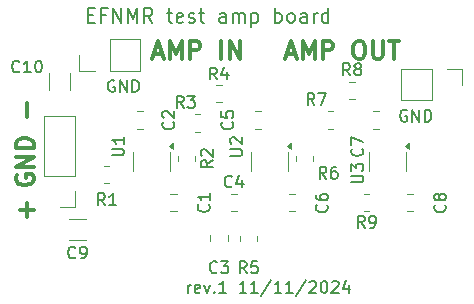
<source format=gbr>
%TF.GenerationSoftware,KiCad,Pcbnew,8.0.0*%
%TF.CreationDate,2024-11-11T15:40:06+01:00*%
%TF.ProjectId,test_amplifier_board,74657374-5f61-46d7-906c-69666965725f,rev?*%
%TF.SameCoordinates,Original*%
%TF.FileFunction,Legend,Top*%
%TF.FilePolarity,Positive*%
%FSLAX46Y46*%
G04 Gerber Fmt 4.6, Leading zero omitted, Abs format (unit mm)*
G04 Created by KiCad (PCBNEW 8.0.0) date 2024-11-11 15:40:06*
%MOMM*%
%LPD*%
G01*
G04 APERTURE LIST*
%ADD10C,0.300000*%
%ADD11C,0.200000*%
%ADD12C,0.150000*%
%ADD13C,0.120000*%
G04 APERTURE END LIST*
D10*
X101622257Y-116159774D02*
X101550828Y-116302632D01*
X101550828Y-116302632D02*
X101550828Y-116516917D01*
X101550828Y-116516917D02*
X101622257Y-116731203D01*
X101622257Y-116731203D02*
X101765114Y-116874060D01*
X101765114Y-116874060D02*
X101907971Y-116945489D01*
X101907971Y-116945489D02*
X102193685Y-117016917D01*
X102193685Y-117016917D02*
X102407971Y-117016917D01*
X102407971Y-117016917D02*
X102693685Y-116945489D01*
X102693685Y-116945489D02*
X102836542Y-116874060D01*
X102836542Y-116874060D02*
X102979400Y-116731203D01*
X102979400Y-116731203D02*
X103050828Y-116516917D01*
X103050828Y-116516917D02*
X103050828Y-116374060D01*
X103050828Y-116374060D02*
X102979400Y-116159774D01*
X102979400Y-116159774D02*
X102907971Y-116088346D01*
X102907971Y-116088346D02*
X102407971Y-116088346D01*
X102407971Y-116088346D02*
X102407971Y-116374060D01*
X103050828Y-115445489D02*
X101550828Y-115445489D01*
X101550828Y-115445489D02*
X103050828Y-114588346D01*
X103050828Y-114588346D02*
X101550828Y-114588346D01*
X103050828Y-113874060D02*
X101550828Y-113874060D01*
X101550828Y-113874060D02*
X101550828Y-113516917D01*
X101550828Y-113516917D02*
X101622257Y-113302631D01*
X101622257Y-113302631D02*
X101765114Y-113159774D01*
X101765114Y-113159774D02*
X101907971Y-113088345D01*
X101907971Y-113088345D02*
X102193685Y-113016917D01*
X102193685Y-113016917D02*
X102407971Y-113016917D01*
X102407971Y-113016917D02*
X102693685Y-113088345D01*
X102693685Y-113088345D02*
X102836542Y-113159774D01*
X102836542Y-113159774D02*
X102979400Y-113302631D01*
X102979400Y-113302631D02*
X103050828Y-113516917D01*
X103050828Y-113516917D02*
X103050828Y-113874060D01*
D11*
X107667292Y-102611705D02*
X108067292Y-102611705D01*
X108238720Y-103240276D02*
X107667292Y-103240276D01*
X107667292Y-103240276D02*
X107667292Y-102040276D01*
X107667292Y-102040276D02*
X108238720Y-102040276D01*
X109153006Y-102611705D02*
X108753006Y-102611705D01*
X108753006Y-103240276D02*
X108753006Y-102040276D01*
X108753006Y-102040276D02*
X109324434Y-102040276D01*
X109781577Y-103240276D02*
X109781577Y-102040276D01*
X109781577Y-102040276D02*
X110467291Y-103240276D01*
X110467291Y-103240276D02*
X110467291Y-102040276D01*
X111038720Y-103240276D02*
X111038720Y-102040276D01*
X111038720Y-102040276D02*
X111438720Y-102897419D01*
X111438720Y-102897419D02*
X111838720Y-102040276D01*
X111838720Y-102040276D02*
X111838720Y-103240276D01*
X113095863Y-103240276D02*
X112695863Y-102668848D01*
X112410149Y-103240276D02*
X112410149Y-102040276D01*
X112410149Y-102040276D02*
X112867292Y-102040276D01*
X112867292Y-102040276D02*
X112981577Y-102097419D01*
X112981577Y-102097419D02*
X113038720Y-102154562D01*
X113038720Y-102154562D02*
X113095863Y-102268848D01*
X113095863Y-102268848D02*
X113095863Y-102440276D01*
X113095863Y-102440276D02*
X113038720Y-102554562D01*
X113038720Y-102554562D02*
X112981577Y-102611705D01*
X112981577Y-102611705D02*
X112867292Y-102668848D01*
X112867292Y-102668848D02*
X112410149Y-102668848D01*
X114353006Y-102440276D02*
X114810149Y-102440276D01*
X114524435Y-102040276D02*
X114524435Y-103068848D01*
X114524435Y-103068848D02*
X114581578Y-103183134D01*
X114581578Y-103183134D02*
X114695863Y-103240276D01*
X114695863Y-103240276D02*
X114810149Y-103240276D01*
X115667292Y-103183134D02*
X115553006Y-103240276D01*
X115553006Y-103240276D02*
X115324435Y-103240276D01*
X115324435Y-103240276D02*
X115210149Y-103183134D01*
X115210149Y-103183134D02*
X115153006Y-103068848D01*
X115153006Y-103068848D02*
X115153006Y-102611705D01*
X115153006Y-102611705D02*
X115210149Y-102497419D01*
X115210149Y-102497419D02*
X115324435Y-102440276D01*
X115324435Y-102440276D02*
X115553006Y-102440276D01*
X115553006Y-102440276D02*
X115667292Y-102497419D01*
X115667292Y-102497419D02*
X115724435Y-102611705D01*
X115724435Y-102611705D02*
X115724435Y-102725991D01*
X115724435Y-102725991D02*
X115153006Y-102840276D01*
X116181577Y-103183134D02*
X116295863Y-103240276D01*
X116295863Y-103240276D02*
X116524434Y-103240276D01*
X116524434Y-103240276D02*
X116638720Y-103183134D01*
X116638720Y-103183134D02*
X116695863Y-103068848D01*
X116695863Y-103068848D02*
X116695863Y-103011705D01*
X116695863Y-103011705D02*
X116638720Y-102897419D01*
X116638720Y-102897419D02*
X116524434Y-102840276D01*
X116524434Y-102840276D02*
X116353006Y-102840276D01*
X116353006Y-102840276D02*
X116238720Y-102783134D01*
X116238720Y-102783134D02*
X116181577Y-102668848D01*
X116181577Y-102668848D02*
X116181577Y-102611705D01*
X116181577Y-102611705D02*
X116238720Y-102497419D01*
X116238720Y-102497419D02*
X116353006Y-102440276D01*
X116353006Y-102440276D02*
X116524434Y-102440276D01*
X116524434Y-102440276D02*
X116638720Y-102497419D01*
X117038720Y-102440276D02*
X117495863Y-102440276D01*
X117210149Y-102040276D02*
X117210149Y-103068848D01*
X117210149Y-103068848D02*
X117267292Y-103183134D01*
X117267292Y-103183134D02*
X117381577Y-103240276D01*
X117381577Y-103240276D02*
X117495863Y-103240276D01*
X119324435Y-103240276D02*
X119324435Y-102611705D01*
X119324435Y-102611705D02*
X119267292Y-102497419D01*
X119267292Y-102497419D02*
X119153006Y-102440276D01*
X119153006Y-102440276D02*
X118924435Y-102440276D01*
X118924435Y-102440276D02*
X118810149Y-102497419D01*
X119324435Y-103183134D02*
X119210149Y-103240276D01*
X119210149Y-103240276D02*
X118924435Y-103240276D01*
X118924435Y-103240276D02*
X118810149Y-103183134D01*
X118810149Y-103183134D02*
X118753006Y-103068848D01*
X118753006Y-103068848D02*
X118753006Y-102954562D01*
X118753006Y-102954562D02*
X118810149Y-102840276D01*
X118810149Y-102840276D02*
X118924435Y-102783134D01*
X118924435Y-102783134D02*
X119210149Y-102783134D01*
X119210149Y-102783134D02*
X119324435Y-102725991D01*
X119895863Y-103240276D02*
X119895863Y-102440276D01*
X119895863Y-102554562D02*
X119953006Y-102497419D01*
X119953006Y-102497419D02*
X120067291Y-102440276D01*
X120067291Y-102440276D02*
X120238720Y-102440276D01*
X120238720Y-102440276D02*
X120353006Y-102497419D01*
X120353006Y-102497419D02*
X120410149Y-102611705D01*
X120410149Y-102611705D02*
X120410149Y-103240276D01*
X120410149Y-102611705D02*
X120467291Y-102497419D01*
X120467291Y-102497419D02*
X120581577Y-102440276D01*
X120581577Y-102440276D02*
X120753006Y-102440276D01*
X120753006Y-102440276D02*
X120867291Y-102497419D01*
X120867291Y-102497419D02*
X120924434Y-102611705D01*
X120924434Y-102611705D02*
X120924434Y-103240276D01*
X121495863Y-102440276D02*
X121495863Y-103640276D01*
X121495863Y-102497419D02*
X121610149Y-102440276D01*
X121610149Y-102440276D02*
X121838720Y-102440276D01*
X121838720Y-102440276D02*
X121953006Y-102497419D01*
X121953006Y-102497419D02*
X122010149Y-102554562D01*
X122010149Y-102554562D02*
X122067291Y-102668848D01*
X122067291Y-102668848D02*
X122067291Y-103011705D01*
X122067291Y-103011705D02*
X122010149Y-103125991D01*
X122010149Y-103125991D02*
X121953006Y-103183134D01*
X121953006Y-103183134D02*
X121838720Y-103240276D01*
X121838720Y-103240276D02*
X121610149Y-103240276D01*
X121610149Y-103240276D02*
X121495863Y-103183134D01*
X123495863Y-103240276D02*
X123495863Y-102040276D01*
X123495863Y-102497419D02*
X123610149Y-102440276D01*
X123610149Y-102440276D02*
X123838720Y-102440276D01*
X123838720Y-102440276D02*
X123953006Y-102497419D01*
X123953006Y-102497419D02*
X124010149Y-102554562D01*
X124010149Y-102554562D02*
X124067291Y-102668848D01*
X124067291Y-102668848D02*
X124067291Y-103011705D01*
X124067291Y-103011705D02*
X124010149Y-103125991D01*
X124010149Y-103125991D02*
X123953006Y-103183134D01*
X123953006Y-103183134D02*
X123838720Y-103240276D01*
X123838720Y-103240276D02*
X123610149Y-103240276D01*
X123610149Y-103240276D02*
X123495863Y-103183134D01*
X124753005Y-103240276D02*
X124638720Y-103183134D01*
X124638720Y-103183134D02*
X124581577Y-103125991D01*
X124581577Y-103125991D02*
X124524434Y-103011705D01*
X124524434Y-103011705D02*
X124524434Y-102668848D01*
X124524434Y-102668848D02*
X124581577Y-102554562D01*
X124581577Y-102554562D02*
X124638720Y-102497419D01*
X124638720Y-102497419D02*
X124753005Y-102440276D01*
X124753005Y-102440276D02*
X124924434Y-102440276D01*
X124924434Y-102440276D02*
X125038720Y-102497419D01*
X125038720Y-102497419D02*
X125095863Y-102554562D01*
X125095863Y-102554562D02*
X125153005Y-102668848D01*
X125153005Y-102668848D02*
X125153005Y-103011705D01*
X125153005Y-103011705D02*
X125095863Y-103125991D01*
X125095863Y-103125991D02*
X125038720Y-103183134D01*
X125038720Y-103183134D02*
X124924434Y-103240276D01*
X124924434Y-103240276D02*
X124753005Y-103240276D01*
X126181577Y-103240276D02*
X126181577Y-102611705D01*
X126181577Y-102611705D02*
X126124434Y-102497419D01*
X126124434Y-102497419D02*
X126010148Y-102440276D01*
X126010148Y-102440276D02*
X125781577Y-102440276D01*
X125781577Y-102440276D02*
X125667291Y-102497419D01*
X126181577Y-103183134D02*
X126067291Y-103240276D01*
X126067291Y-103240276D02*
X125781577Y-103240276D01*
X125781577Y-103240276D02*
X125667291Y-103183134D01*
X125667291Y-103183134D02*
X125610148Y-103068848D01*
X125610148Y-103068848D02*
X125610148Y-102954562D01*
X125610148Y-102954562D02*
X125667291Y-102840276D01*
X125667291Y-102840276D02*
X125781577Y-102783134D01*
X125781577Y-102783134D02*
X126067291Y-102783134D01*
X126067291Y-102783134D02*
X126181577Y-102725991D01*
X126753005Y-103240276D02*
X126753005Y-102440276D01*
X126753005Y-102668848D02*
X126810148Y-102554562D01*
X126810148Y-102554562D02*
X126867291Y-102497419D01*
X126867291Y-102497419D02*
X126981576Y-102440276D01*
X126981576Y-102440276D02*
X127095862Y-102440276D01*
X128010148Y-103240276D02*
X128010148Y-102040276D01*
X128010148Y-103183134D02*
X127895862Y-103240276D01*
X127895862Y-103240276D02*
X127667290Y-103240276D01*
X127667290Y-103240276D02*
X127553005Y-103183134D01*
X127553005Y-103183134D02*
X127495862Y-103125991D01*
X127495862Y-103125991D02*
X127438719Y-103011705D01*
X127438719Y-103011705D02*
X127438719Y-102668848D01*
X127438719Y-102668848D02*
X127495862Y-102554562D01*
X127495862Y-102554562D02*
X127553005Y-102497419D01*
X127553005Y-102497419D02*
X127667290Y-102440276D01*
X127667290Y-102440276D02*
X127895862Y-102440276D01*
X127895862Y-102440276D02*
X128010148Y-102497419D01*
D10*
X102479400Y-111195489D02*
X102479400Y-110052632D01*
X102479400Y-119695489D02*
X102479400Y-118552632D01*
X103050828Y-119124060D02*
X101907971Y-119124060D01*
D11*
X134643482Y-110664838D02*
X134548244Y-110617219D01*
X134548244Y-110617219D02*
X134405387Y-110617219D01*
X134405387Y-110617219D02*
X134262530Y-110664838D01*
X134262530Y-110664838D02*
X134167292Y-110760076D01*
X134167292Y-110760076D02*
X134119673Y-110855314D01*
X134119673Y-110855314D02*
X134072054Y-111045790D01*
X134072054Y-111045790D02*
X134072054Y-111188647D01*
X134072054Y-111188647D02*
X134119673Y-111379123D01*
X134119673Y-111379123D02*
X134167292Y-111474361D01*
X134167292Y-111474361D02*
X134262530Y-111569600D01*
X134262530Y-111569600D02*
X134405387Y-111617219D01*
X134405387Y-111617219D02*
X134500625Y-111617219D01*
X134500625Y-111617219D02*
X134643482Y-111569600D01*
X134643482Y-111569600D02*
X134691101Y-111521980D01*
X134691101Y-111521980D02*
X134691101Y-111188647D01*
X134691101Y-111188647D02*
X134500625Y-111188647D01*
X135119673Y-111617219D02*
X135119673Y-110617219D01*
X135119673Y-110617219D02*
X135691101Y-111617219D01*
X135691101Y-111617219D02*
X135691101Y-110617219D01*
X136167292Y-111617219D02*
X136167292Y-110617219D01*
X136167292Y-110617219D02*
X136405387Y-110617219D01*
X136405387Y-110617219D02*
X136548244Y-110664838D01*
X136548244Y-110664838D02*
X136643482Y-110760076D01*
X136643482Y-110760076D02*
X136691101Y-110855314D01*
X136691101Y-110855314D02*
X136738720Y-111045790D01*
X136738720Y-111045790D02*
X136738720Y-111188647D01*
X136738720Y-111188647D02*
X136691101Y-111379123D01*
X136691101Y-111379123D02*
X136643482Y-111474361D01*
X136643482Y-111474361D02*
X136548244Y-111569600D01*
X136548244Y-111569600D02*
X136405387Y-111617219D01*
X136405387Y-111617219D02*
X136167292Y-111617219D01*
X109893482Y-108164838D02*
X109798244Y-108117219D01*
X109798244Y-108117219D02*
X109655387Y-108117219D01*
X109655387Y-108117219D02*
X109512530Y-108164838D01*
X109512530Y-108164838D02*
X109417292Y-108260076D01*
X109417292Y-108260076D02*
X109369673Y-108355314D01*
X109369673Y-108355314D02*
X109322054Y-108545790D01*
X109322054Y-108545790D02*
X109322054Y-108688647D01*
X109322054Y-108688647D02*
X109369673Y-108879123D01*
X109369673Y-108879123D02*
X109417292Y-108974361D01*
X109417292Y-108974361D02*
X109512530Y-109069600D01*
X109512530Y-109069600D02*
X109655387Y-109117219D01*
X109655387Y-109117219D02*
X109750625Y-109117219D01*
X109750625Y-109117219D02*
X109893482Y-109069600D01*
X109893482Y-109069600D02*
X109941101Y-109021980D01*
X109941101Y-109021980D02*
X109941101Y-108688647D01*
X109941101Y-108688647D02*
X109750625Y-108688647D01*
X110369673Y-109117219D02*
X110369673Y-108117219D01*
X110369673Y-108117219D02*
X110941101Y-109117219D01*
X110941101Y-109117219D02*
X110941101Y-108117219D01*
X111417292Y-109117219D02*
X111417292Y-108117219D01*
X111417292Y-108117219D02*
X111655387Y-108117219D01*
X111655387Y-108117219D02*
X111798244Y-108164838D01*
X111798244Y-108164838D02*
X111893482Y-108260076D01*
X111893482Y-108260076D02*
X111941101Y-108355314D01*
X111941101Y-108355314D02*
X111988720Y-108545790D01*
X111988720Y-108545790D02*
X111988720Y-108688647D01*
X111988720Y-108688647D02*
X111941101Y-108879123D01*
X111941101Y-108879123D02*
X111893482Y-108974361D01*
X111893482Y-108974361D02*
X111798244Y-109069600D01*
X111798244Y-109069600D02*
X111655387Y-109117219D01*
X111655387Y-109117219D02*
X111417292Y-109117219D01*
D10*
X124483082Y-105872257D02*
X125197368Y-105872257D01*
X124340225Y-106300828D02*
X124840225Y-104800828D01*
X124840225Y-104800828D02*
X125340225Y-106300828D01*
X125840224Y-106300828D02*
X125840224Y-104800828D01*
X125840224Y-104800828D02*
X126340224Y-105872257D01*
X126340224Y-105872257D02*
X126840224Y-104800828D01*
X126840224Y-104800828D02*
X126840224Y-106300828D01*
X127554510Y-106300828D02*
X127554510Y-104800828D01*
X127554510Y-104800828D02*
X128125939Y-104800828D01*
X128125939Y-104800828D02*
X128268796Y-104872257D01*
X128268796Y-104872257D02*
X128340225Y-104943685D01*
X128340225Y-104943685D02*
X128411653Y-105086542D01*
X128411653Y-105086542D02*
X128411653Y-105300828D01*
X128411653Y-105300828D02*
X128340225Y-105443685D01*
X128340225Y-105443685D02*
X128268796Y-105515114D01*
X128268796Y-105515114D02*
X128125939Y-105586542D01*
X128125939Y-105586542D02*
X127554510Y-105586542D01*
X130483082Y-104800828D02*
X130768796Y-104800828D01*
X130768796Y-104800828D02*
X130911653Y-104872257D01*
X130911653Y-104872257D02*
X131054510Y-105015114D01*
X131054510Y-105015114D02*
X131125939Y-105300828D01*
X131125939Y-105300828D02*
X131125939Y-105800828D01*
X131125939Y-105800828D02*
X131054510Y-106086542D01*
X131054510Y-106086542D02*
X130911653Y-106229400D01*
X130911653Y-106229400D02*
X130768796Y-106300828D01*
X130768796Y-106300828D02*
X130483082Y-106300828D01*
X130483082Y-106300828D02*
X130340225Y-106229400D01*
X130340225Y-106229400D02*
X130197367Y-106086542D01*
X130197367Y-106086542D02*
X130125939Y-105800828D01*
X130125939Y-105800828D02*
X130125939Y-105300828D01*
X130125939Y-105300828D02*
X130197367Y-105015114D01*
X130197367Y-105015114D02*
X130340225Y-104872257D01*
X130340225Y-104872257D02*
X130483082Y-104800828D01*
X131768796Y-104800828D02*
X131768796Y-106015114D01*
X131768796Y-106015114D02*
X131840225Y-106157971D01*
X131840225Y-106157971D02*
X131911654Y-106229400D01*
X131911654Y-106229400D02*
X132054511Y-106300828D01*
X132054511Y-106300828D02*
X132340225Y-106300828D01*
X132340225Y-106300828D02*
X132483082Y-106229400D01*
X132483082Y-106229400D02*
X132554511Y-106157971D01*
X132554511Y-106157971D02*
X132625939Y-106015114D01*
X132625939Y-106015114D02*
X132625939Y-104800828D01*
X133125940Y-104800828D02*
X133983083Y-104800828D01*
X133554511Y-106300828D02*
X133554511Y-104800828D01*
X113233082Y-105872257D02*
X113947368Y-105872257D01*
X113090225Y-106300828D02*
X113590225Y-104800828D01*
X113590225Y-104800828D02*
X114090225Y-106300828D01*
X114590224Y-106300828D02*
X114590224Y-104800828D01*
X114590224Y-104800828D02*
X115090224Y-105872257D01*
X115090224Y-105872257D02*
X115590224Y-104800828D01*
X115590224Y-104800828D02*
X115590224Y-106300828D01*
X116304510Y-106300828D02*
X116304510Y-104800828D01*
X116304510Y-104800828D02*
X116875939Y-104800828D01*
X116875939Y-104800828D02*
X117018796Y-104872257D01*
X117018796Y-104872257D02*
X117090225Y-104943685D01*
X117090225Y-104943685D02*
X117161653Y-105086542D01*
X117161653Y-105086542D02*
X117161653Y-105300828D01*
X117161653Y-105300828D02*
X117090225Y-105443685D01*
X117090225Y-105443685D02*
X117018796Y-105515114D01*
X117018796Y-105515114D02*
X116875939Y-105586542D01*
X116875939Y-105586542D02*
X116304510Y-105586542D01*
X118947367Y-106300828D02*
X118947367Y-104800828D01*
X119661653Y-106300828D02*
X119661653Y-104800828D01*
X119661653Y-104800828D02*
X120518796Y-106300828D01*
X120518796Y-106300828D02*
X120518796Y-104800828D01*
D11*
X116119673Y-126117219D02*
X116119673Y-125450552D01*
X116119673Y-125641028D02*
X116167292Y-125545790D01*
X116167292Y-125545790D02*
X116214911Y-125498171D01*
X116214911Y-125498171D02*
X116310149Y-125450552D01*
X116310149Y-125450552D02*
X116405387Y-125450552D01*
X117119673Y-126069600D02*
X117024435Y-126117219D01*
X117024435Y-126117219D02*
X116833959Y-126117219D01*
X116833959Y-126117219D02*
X116738721Y-126069600D01*
X116738721Y-126069600D02*
X116691102Y-125974361D01*
X116691102Y-125974361D02*
X116691102Y-125593409D01*
X116691102Y-125593409D02*
X116738721Y-125498171D01*
X116738721Y-125498171D02*
X116833959Y-125450552D01*
X116833959Y-125450552D02*
X117024435Y-125450552D01*
X117024435Y-125450552D02*
X117119673Y-125498171D01*
X117119673Y-125498171D02*
X117167292Y-125593409D01*
X117167292Y-125593409D02*
X117167292Y-125688647D01*
X117167292Y-125688647D02*
X116691102Y-125783885D01*
X117500626Y-125450552D02*
X117738721Y-126117219D01*
X117738721Y-126117219D02*
X117976816Y-125450552D01*
X118357769Y-126021980D02*
X118405388Y-126069600D01*
X118405388Y-126069600D02*
X118357769Y-126117219D01*
X118357769Y-126117219D02*
X118310150Y-126069600D01*
X118310150Y-126069600D02*
X118357769Y-126021980D01*
X118357769Y-126021980D02*
X118357769Y-126117219D01*
X119357768Y-126117219D02*
X118786340Y-126117219D01*
X119072054Y-126117219D02*
X119072054Y-125117219D01*
X119072054Y-125117219D02*
X118976816Y-125260076D01*
X118976816Y-125260076D02*
X118881578Y-125355314D01*
X118881578Y-125355314D02*
X118786340Y-125402933D01*
X121072054Y-126117219D02*
X120500626Y-126117219D01*
X120786340Y-126117219D02*
X120786340Y-125117219D01*
X120786340Y-125117219D02*
X120691102Y-125260076D01*
X120691102Y-125260076D02*
X120595864Y-125355314D01*
X120595864Y-125355314D02*
X120500626Y-125402933D01*
X122024435Y-126117219D02*
X121453007Y-126117219D01*
X121738721Y-126117219D02*
X121738721Y-125117219D01*
X121738721Y-125117219D02*
X121643483Y-125260076D01*
X121643483Y-125260076D02*
X121548245Y-125355314D01*
X121548245Y-125355314D02*
X121453007Y-125402933D01*
X123167292Y-125069600D02*
X122310150Y-126355314D01*
X124024435Y-126117219D02*
X123453007Y-126117219D01*
X123738721Y-126117219D02*
X123738721Y-125117219D01*
X123738721Y-125117219D02*
X123643483Y-125260076D01*
X123643483Y-125260076D02*
X123548245Y-125355314D01*
X123548245Y-125355314D02*
X123453007Y-125402933D01*
X124976816Y-126117219D02*
X124405388Y-126117219D01*
X124691102Y-126117219D02*
X124691102Y-125117219D01*
X124691102Y-125117219D02*
X124595864Y-125260076D01*
X124595864Y-125260076D02*
X124500626Y-125355314D01*
X124500626Y-125355314D02*
X124405388Y-125402933D01*
X126119673Y-125069600D02*
X125262531Y-126355314D01*
X126405388Y-125212457D02*
X126453007Y-125164838D01*
X126453007Y-125164838D02*
X126548245Y-125117219D01*
X126548245Y-125117219D02*
X126786340Y-125117219D01*
X126786340Y-125117219D02*
X126881578Y-125164838D01*
X126881578Y-125164838D02*
X126929197Y-125212457D01*
X126929197Y-125212457D02*
X126976816Y-125307695D01*
X126976816Y-125307695D02*
X126976816Y-125402933D01*
X126976816Y-125402933D02*
X126929197Y-125545790D01*
X126929197Y-125545790D02*
X126357769Y-126117219D01*
X126357769Y-126117219D02*
X126976816Y-126117219D01*
X127595864Y-125117219D02*
X127691102Y-125117219D01*
X127691102Y-125117219D02*
X127786340Y-125164838D01*
X127786340Y-125164838D02*
X127833959Y-125212457D01*
X127833959Y-125212457D02*
X127881578Y-125307695D01*
X127881578Y-125307695D02*
X127929197Y-125498171D01*
X127929197Y-125498171D02*
X127929197Y-125736266D01*
X127929197Y-125736266D02*
X127881578Y-125926742D01*
X127881578Y-125926742D02*
X127833959Y-126021980D01*
X127833959Y-126021980D02*
X127786340Y-126069600D01*
X127786340Y-126069600D02*
X127691102Y-126117219D01*
X127691102Y-126117219D02*
X127595864Y-126117219D01*
X127595864Y-126117219D02*
X127500626Y-126069600D01*
X127500626Y-126069600D02*
X127453007Y-126021980D01*
X127453007Y-126021980D02*
X127405388Y-125926742D01*
X127405388Y-125926742D02*
X127357769Y-125736266D01*
X127357769Y-125736266D02*
X127357769Y-125498171D01*
X127357769Y-125498171D02*
X127405388Y-125307695D01*
X127405388Y-125307695D02*
X127453007Y-125212457D01*
X127453007Y-125212457D02*
X127500626Y-125164838D01*
X127500626Y-125164838D02*
X127595864Y-125117219D01*
X128310150Y-125212457D02*
X128357769Y-125164838D01*
X128357769Y-125164838D02*
X128453007Y-125117219D01*
X128453007Y-125117219D02*
X128691102Y-125117219D01*
X128691102Y-125117219D02*
X128786340Y-125164838D01*
X128786340Y-125164838D02*
X128833959Y-125212457D01*
X128833959Y-125212457D02*
X128881578Y-125307695D01*
X128881578Y-125307695D02*
X128881578Y-125402933D01*
X128881578Y-125402933D02*
X128833959Y-125545790D01*
X128833959Y-125545790D02*
X128262531Y-126117219D01*
X128262531Y-126117219D02*
X128881578Y-126117219D01*
X129738721Y-125450552D02*
X129738721Y-126117219D01*
X129500626Y-125069600D02*
X129262531Y-125783885D01*
X129262531Y-125783885D02*
X129881578Y-125783885D01*
D12*
X121083333Y-124454819D02*
X120750000Y-123978628D01*
X120511905Y-124454819D02*
X120511905Y-123454819D01*
X120511905Y-123454819D02*
X120892857Y-123454819D01*
X120892857Y-123454819D02*
X120988095Y-123502438D01*
X120988095Y-123502438D02*
X121035714Y-123550057D01*
X121035714Y-123550057D02*
X121083333Y-123645295D01*
X121083333Y-123645295D02*
X121083333Y-123788152D01*
X121083333Y-123788152D02*
X121035714Y-123883390D01*
X121035714Y-123883390D02*
X120988095Y-123931009D01*
X120988095Y-123931009D02*
X120892857Y-123978628D01*
X120892857Y-123978628D02*
X120511905Y-123978628D01*
X121988095Y-123454819D02*
X121511905Y-123454819D01*
X121511905Y-123454819D02*
X121464286Y-123931009D01*
X121464286Y-123931009D02*
X121511905Y-123883390D01*
X121511905Y-123883390D02*
X121607143Y-123835771D01*
X121607143Y-123835771D02*
X121845238Y-123835771D01*
X121845238Y-123835771D02*
X121940476Y-123883390D01*
X121940476Y-123883390D02*
X121988095Y-123931009D01*
X121988095Y-123931009D02*
X122035714Y-124026247D01*
X122035714Y-124026247D02*
X122035714Y-124264342D01*
X122035714Y-124264342D02*
X121988095Y-124359580D01*
X121988095Y-124359580D02*
X121940476Y-124407200D01*
X121940476Y-124407200D02*
X121845238Y-124454819D01*
X121845238Y-124454819D02*
X121607143Y-124454819D01*
X121607143Y-124454819D02*
X121511905Y-124407200D01*
X121511905Y-124407200D02*
X121464286Y-124359580D01*
X117859580Y-118641666D02*
X117907200Y-118689285D01*
X117907200Y-118689285D02*
X117954819Y-118832142D01*
X117954819Y-118832142D02*
X117954819Y-118927380D01*
X117954819Y-118927380D02*
X117907200Y-119070237D01*
X117907200Y-119070237D02*
X117811961Y-119165475D01*
X117811961Y-119165475D02*
X117716723Y-119213094D01*
X117716723Y-119213094D02*
X117526247Y-119260713D01*
X117526247Y-119260713D02*
X117383390Y-119260713D01*
X117383390Y-119260713D02*
X117192914Y-119213094D01*
X117192914Y-119213094D02*
X117097676Y-119165475D01*
X117097676Y-119165475D02*
X117002438Y-119070237D01*
X117002438Y-119070237D02*
X116954819Y-118927380D01*
X116954819Y-118927380D02*
X116954819Y-118832142D01*
X116954819Y-118832142D02*
X117002438Y-118689285D01*
X117002438Y-118689285D02*
X117050057Y-118641666D01*
X117954819Y-117689285D02*
X117954819Y-118260713D01*
X117954819Y-117974999D02*
X116954819Y-117974999D01*
X116954819Y-117974999D02*
X117097676Y-118070237D01*
X117097676Y-118070237D02*
X117192914Y-118165475D01*
X117192914Y-118165475D02*
X117240533Y-118260713D01*
X109083334Y-118704818D02*
X108750001Y-118228627D01*
X108511906Y-118704818D02*
X108511906Y-117704818D01*
X108511906Y-117704818D02*
X108892858Y-117704818D01*
X108892858Y-117704818D02*
X108988096Y-117752437D01*
X108988096Y-117752437D02*
X109035715Y-117800056D01*
X109035715Y-117800056D02*
X109083334Y-117895294D01*
X109083334Y-117895294D02*
X109083334Y-118038151D01*
X109083334Y-118038151D02*
X109035715Y-118133389D01*
X109035715Y-118133389D02*
X108988096Y-118181008D01*
X108988096Y-118181008D02*
X108892858Y-118228627D01*
X108892858Y-118228627D02*
X108511906Y-118228627D01*
X110035715Y-118704818D02*
X109464287Y-118704818D01*
X109750001Y-118704818D02*
X109750001Y-117704818D01*
X109750001Y-117704818D02*
X109654763Y-117847675D01*
X109654763Y-117847675D02*
X109559525Y-117942913D01*
X109559525Y-117942913D02*
X109464287Y-117990532D01*
X127859581Y-118666667D02*
X127907201Y-118714286D01*
X127907201Y-118714286D02*
X127954820Y-118857143D01*
X127954820Y-118857143D02*
X127954820Y-118952381D01*
X127954820Y-118952381D02*
X127907201Y-119095238D01*
X127907201Y-119095238D02*
X127811962Y-119190476D01*
X127811962Y-119190476D02*
X127716724Y-119238095D01*
X127716724Y-119238095D02*
X127526248Y-119285714D01*
X127526248Y-119285714D02*
X127383391Y-119285714D01*
X127383391Y-119285714D02*
X127192915Y-119238095D01*
X127192915Y-119238095D02*
X127097677Y-119190476D01*
X127097677Y-119190476D02*
X127002439Y-119095238D01*
X127002439Y-119095238D02*
X126954820Y-118952381D01*
X126954820Y-118952381D02*
X126954820Y-118857143D01*
X126954820Y-118857143D02*
X127002439Y-118714286D01*
X127002439Y-118714286D02*
X127050058Y-118666667D01*
X126954820Y-117809524D02*
X126954820Y-118000000D01*
X126954820Y-118000000D02*
X127002439Y-118095238D01*
X127002439Y-118095238D02*
X127050058Y-118142857D01*
X127050058Y-118142857D02*
X127192915Y-118238095D01*
X127192915Y-118238095D02*
X127383391Y-118285714D01*
X127383391Y-118285714D02*
X127764343Y-118285714D01*
X127764343Y-118285714D02*
X127859581Y-118238095D01*
X127859581Y-118238095D02*
X127907201Y-118190476D01*
X127907201Y-118190476D02*
X127954820Y-118095238D01*
X127954820Y-118095238D02*
X127954820Y-117904762D01*
X127954820Y-117904762D02*
X127907201Y-117809524D01*
X127907201Y-117809524D02*
X127859581Y-117761905D01*
X127859581Y-117761905D02*
X127764343Y-117714286D01*
X127764343Y-117714286D02*
X127526248Y-117714286D01*
X127526248Y-117714286D02*
X127431010Y-117761905D01*
X127431010Y-117761905D02*
X127383391Y-117809524D01*
X127383391Y-117809524D02*
X127335772Y-117904762D01*
X127335772Y-117904762D02*
X127335772Y-118095238D01*
X127335772Y-118095238D02*
X127383391Y-118190476D01*
X127383391Y-118190476D02*
X127431010Y-118238095D01*
X127431010Y-118238095D02*
X127526248Y-118285714D01*
X114859580Y-111666666D02*
X114907200Y-111714285D01*
X114907200Y-111714285D02*
X114954819Y-111857142D01*
X114954819Y-111857142D02*
X114954819Y-111952380D01*
X114954819Y-111952380D02*
X114907200Y-112095237D01*
X114907200Y-112095237D02*
X114811961Y-112190475D01*
X114811961Y-112190475D02*
X114716723Y-112238094D01*
X114716723Y-112238094D02*
X114526247Y-112285713D01*
X114526247Y-112285713D02*
X114383390Y-112285713D01*
X114383390Y-112285713D02*
X114192914Y-112238094D01*
X114192914Y-112238094D02*
X114097676Y-112190475D01*
X114097676Y-112190475D02*
X114002438Y-112095237D01*
X114002438Y-112095237D02*
X113954819Y-111952380D01*
X113954819Y-111952380D02*
X113954819Y-111857142D01*
X113954819Y-111857142D02*
X114002438Y-111714285D01*
X114002438Y-111714285D02*
X114050057Y-111666666D01*
X114050057Y-111285713D02*
X114002438Y-111238094D01*
X114002438Y-111238094D02*
X113954819Y-111142856D01*
X113954819Y-111142856D02*
X113954819Y-110904761D01*
X113954819Y-110904761D02*
X114002438Y-110809523D01*
X114002438Y-110809523D02*
X114050057Y-110761904D01*
X114050057Y-110761904D02*
X114145295Y-110714285D01*
X114145295Y-110714285D02*
X114240533Y-110714285D01*
X114240533Y-110714285D02*
X114383390Y-110761904D01*
X114383390Y-110761904D02*
X114954819Y-111333332D01*
X114954819Y-111333332D02*
X114954819Y-110714285D01*
X131083333Y-120604819D02*
X130750000Y-120128628D01*
X130511905Y-120604819D02*
X130511905Y-119604819D01*
X130511905Y-119604819D02*
X130892857Y-119604819D01*
X130892857Y-119604819D02*
X130988095Y-119652438D01*
X130988095Y-119652438D02*
X131035714Y-119700057D01*
X131035714Y-119700057D02*
X131083333Y-119795295D01*
X131083333Y-119795295D02*
X131083333Y-119938152D01*
X131083333Y-119938152D02*
X131035714Y-120033390D01*
X131035714Y-120033390D02*
X130988095Y-120081009D01*
X130988095Y-120081009D02*
X130892857Y-120128628D01*
X130892857Y-120128628D02*
X130511905Y-120128628D01*
X131559524Y-120604819D02*
X131750000Y-120604819D01*
X131750000Y-120604819D02*
X131845238Y-120557200D01*
X131845238Y-120557200D02*
X131892857Y-120509580D01*
X131892857Y-120509580D02*
X131988095Y-120366723D01*
X131988095Y-120366723D02*
X132035714Y-120176247D01*
X132035714Y-120176247D02*
X132035714Y-119795295D01*
X132035714Y-119795295D02*
X131988095Y-119700057D01*
X131988095Y-119700057D02*
X131940476Y-119652438D01*
X131940476Y-119652438D02*
X131845238Y-119604819D01*
X131845238Y-119604819D02*
X131654762Y-119604819D01*
X131654762Y-119604819D02*
X131559524Y-119652438D01*
X131559524Y-119652438D02*
X131511905Y-119700057D01*
X131511905Y-119700057D02*
X131464286Y-119795295D01*
X131464286Y-119795295D02*
X131464286Y-120033390D01*
X131464286Y-120033390D02*
X131511905Y-120128628D01*
X131511905Y-120128628D02*
X131559524Y-120176247D01*
X131559524Y-120176247D02*
X131654762Y-120223866D01*
X131654762Y-120223866D02*
X131845238Y-120223866D01*
X131845238Y-120223866D02*
X131940476Y-120176247D01*
X131940476Y-120176247D02*
X131988095Y-120128628D01*
X131988095Y-120128628D02*
X132035714Y-120033390D01*
X129954819Y-116761904D02*
X130764342Y-116761904D01*
X130764342Y-116761904D02*
X130859580Y-116714285D01*
X130859580Y-116714285D02*
X130907200Y-116666666D01*
X130907200Y-116666666D02*
X130954819Y-116571428D01*
X130954819Y-116571428D02*
X130954819Y-116380952D01*
X130954819Y-116380952D02*
X130907200Y-116285714D01*
X130907200Y-116285714D02*
X130859580Y-116238095D01*
X130859580Y-116238095D02*
X130764342Y-116190476D01*
X130764342Y-116190476D02*
X129954819Y-116190476D01*
X129954819Y-115809523D02*
X129954819Y-115190476D01*
X129954819Y-115190476D02*
X130335771Y-115523809D01*
X130335771Y-115523809D02*
X130335771Y-115380952D01*
X130335771Y-115380952D02*
X130383390Y-115285714D01*
X130383390Y-115285714D02*
X130431009Y-115238095D01*
X130431009Y-115238095D02*
X130526247Y-115190476D01*
X130526247Y-115190476D02*
X130764342Y-115190476D01*
X130764342Y-115190476D02*
X130859580Y-115238095D01*
X130859580Y-115238095D02*
X130907200Y-115285714D01*
X130907200Y-115285714D02*
X130954819Y-115380952D01*
X130954819Y-115380952D02*
X130954819Y-115666666D01*
X130954819Y-115666666D02*
X130907200Y-115761904D01*
X130907200Y-115761904D02*
X130859580Y-115809523D01*
X118583333Y-124359580D02*
X118535714Y-124407200D01*
X118535714Y-124407200D02*
X118392857Y-124454819D01*
X118392857Y-124454819D02*
X118297619Y-124454819D01*
X118297619Y-124454819D02*
X118154762Y-124407200D01*
X118154762Y-124407200D02*
X118059524Y-124311961D01*
X118059524Y-124311961D02*
X118011905Y-124216723D01*
X118011905Y-124216723D02*
X117964286Y-124026247D01*
X117964286Y-124026247D02*
X117964286Y-123883390D01*
X117964286Y-123883390D02*
X118011905Y-123692914D01*
X118011905Y-123692914D02*
X118059524Y-123597676D01*
X118059524Y-123597676D02*
X118154762Y-123502438D01*
X118154762Y-123502438D02*
X118297619Y-123454819D01*
X118297619Y-123454819D02*
X118392857Y-123454819D01*
X118392857Y-123454819D02*
X118535714Y-123502438D01*
X118535714Y-123502438D02*
X118583333Y-123550057D01*
X118916667Y-123454819D02*
X119535714Y-123454819D01*
X119535714Y-123454819D02*
X119202381Y-123835771D01*
X119202381Y-123835771D02*
X119345238Y-123835771D01*
X119345238Y-123835771D02*
X119440476Y-123883390D01*
X119440476Y-123883390D02*
X119488095Y-123931009D01*
X119488095Y-123931009D02*
X119535714Y-124026247D01*
X119535714Y-124026247D02*
X119535714Y-124264342D01*
X119535714Y-124264342D02*
X119488095Y-124359580D01*
X119488095Y-124359580D02*
X119440476Y-124407200D01*
X119440476Y-124407200D02*
X119345238Y-124454819D01*
X119345238Y-124454819D02*
X119059524Y-124454819D01*
X119059524Y-124454819D02*
X118964286Y-124407200D01*
X118964286Y-124407200D02*
X118916667Y-124359580D01*
X101857142Y-107359580D02*
X101809523Y-107407200D01*
X101809523Y-107407200D02*
X101666666Y-107454819D01*
X101666666Y-107454819D02*
X101571428Y-107454819D01*
X101571428Y-107454819D02*
X101428571Y-107407200D01*
X101428571Y-107407200D02*
X101333333Y-107311961D01*
X101333333Y-107311961D02*
X101285714Y-107216723D01*
X101285714Y-107216723D02*
X101238095Y-107026247D01*
X101238095Y-107026247D02*
X101238095Y-106883390D01*
X101238095Y-106883390D02*
X101285714Y-106692914D01*
X101285714Y-106692914D02*
X101333333Y-106597676D01*
X101333333Y-106597676D02*
X101428571Y-106502438D01*
X101428571Y-106502438D02*
X101571428Y-106454819D01*
X101571428Y-106454819D02*
X101666666Y-106454819D01*
X101666666Y-106454819D02*
X101809523Y-106502438D01*
X101809523Y-106502438D02*
X101857142Y-106550057D01*
X102809523Y-107454819D02*
X102238095Y-107454819D01*
X102523809Y-107454819D02*
X102523809Y-106454819D01*
X102523809Y-106454819D02*
X102428571Y-106597676D01*
X102428571Y-106597676D02*
X102333333Y-106692914D01*
X102333333Y-106692914D02*
X102238095Y-106740533D01*
X103428571Y-106454819D02*
X103523809Y-106454819D01*
X103523809Y-106454819D02*
X103619047Y-106502438D01*
X103619047Y-106502438D02*
X103666666Y-106550057D01*
X103666666Y-106550057D02*
X103714285Y-106645295D01*
X103714285Y-106645295D02*
X103761904Y-106835771D01*
X103761904Y-106835771D02*
X103761904Y-107073866D01*
X103761904Y-107073866D02*
X103714285Y-107264342D01*
X103714285Y-107264342D02*
X103666666Y-107359580D01*
X103666666Y-107359580D02*
X103619047Y-107407200D01*
X103619047Y-107407200D02*
X103523809Y-107454819D01*
X103523809Y-107454819D02*
X103428571Y-107454819D01*
X103428571Y-107454819D02*
X103333333Y-107407200D01*
X103333333Y-107407200D02*
X103285714Y-107359580D01*
X103285714Y-107359580D02*
X103238095Y-107264342D01*
X103238095Y-107264342D02*
X103190476Y-107073866D01*
X103190476Y-107073866D02*
X103190476Y-106835771D01*
X103190476Y-106835771D02*
X103238095Y-106645295D01*
X103238095Y-106645295D02*
X103285714Y-106550057D01*
X103285714Y-106550057D02*
X103333333Y-106502438D01*
X103333333Y-106502438D02*
X103428571Y-106454819D01*
X119833333Y-117109580D02*
X119785714Y-117157200D01*
X119785714Y-117157200D02*
X119642857Y-117204819D01*
X119642857Y-117204819D02*
X119547619Y-117204819D01*
X119547619Y-117204819D02*
X119404762Y-117157200D01*
X119404762Y-117157200D02*
X119309524Y-117061961D01*
X119309524Y-117061961D02*
X119261905Y-116966723D01*
X119261905Y-116966723D02*
X119214286Y-116776247D01*
X119214286Y-116776247D02*
X119214286Y-116633390D01*
X119214286Y-116633390D02*
X119261905Y-116442914D01*
X119261905Y-116442914D02*
X119309524Y-116347676D01*
X119309524Y-116347676D02*
X119404762Y-116252438D01*
X119404762Y-116252438D02*
X119547619Y-116204819D01*
X119547619Y-116204819D02*
X119642857Y-116204819D01*
X119642857Y-116204819D02*
X119785714Y-116252438D01*
X119785714Y-116252438D02*
X119833333Y-116300057D01*
X120690476Y-116538152D02*
X120690476Y-117204819D01*
X120452381Y-116157200D02*
X120214286Y-116871485D01*
X120214286Y-116871485D02*
X120833333Y-116871485D01*
X115745833Y-110454819D02*
X115412500Y-109978628D01*
X115174405Y-110454819D02*
X115174405Y-109454819D01*
X115174405Y-109454819D02*
X115555357Y-109454819D01*
X115555357Y-109454819D02*
X115650595Y-109502438D01*
X115650595Y-109502438D02*
X115698214Y-109550057D01*
X115698214Y-109550057D02*
X115745833Y-109645295D01*
X115745833Y-109645295D02*
X115745833Y-109788152D01*
X115745833Y-109788152D02*
X115698214Y-109883390D01*
X115698214Y-109883390D02*
X115650595Y-109931009D01*
X115650595Y-109931009D02*
X115555357Y-109978628D01*
X115555357Y-109978628D02*
X115174405Y-109978628D01*
X116079167Y-109454819D02*
X116698214Y-109454819D01*
X116698214Y-109454819D02*
X116364881Y-109835771D01*
X116364881Y-109835771D02*
X116507738Y-109835771D01*
X116507738Y-109835771D02*
X116602976Y-109883390D01*
X116602976Y-109883390D02*
X116650595Y-109931009D01*
X116650595Y-109931009D02*
X116698214Y-110026247D01*
X116698214Y-110026247D02*
X116698214Y-110264342D01*
X116698214Y-110264342D02*
X116650595Y-110359580D01*
X116650595Y-110359580D02*
X116602976Y-110407200D01*
X116602976Y-110407200D02*
X116507738Y-110454819D01*
X116507738Y-110454819D02*
X116222024Y-110454819D01*
X116222024Y-110454819D02*
X116126786Y-110407200D01*
X116126786Y-110407200D02*
X116079167Y-110359580D01*
X137859581Y-118666667D02*
X137907201Y-118714286D01*
X137907201Y-118714286D02*
X137954820Y-118857143D01*
X137954820Y-118857143D02*
X137954820Y-118952381D01*
X137954820Y-118952381D02*
X137907201Y-119095238D01*
X137907201Y-119095238D02*
X137811962Y-119190476D01*
X137811962Y-119190476D02*
X137716724Y-119238095D01*
X137716724Y-119238095D02*
X137526248Y-119285714D01*
X137526248Y-119285714D02*
X137383391Y-119285714D01*
X137383391Y-119285714D02*
X137192915Y-119238095D01*
X137192915Y-119238095D02*
X137097677Y-119190476D01*
X137097677Y-119190476D02*
X137002439Y-119095238D01*
X137002439Y-119095238D02*
X136954820Y-118952381D01*
X136954820Y-118952381D02*
X136954820Y-118857143D01*
X136954820Y-118857143D02*
X137002439Y-118714286D01*
X137002439Y-118714286D02*
X137050058Y-118666667D01*
X137383391Y-118095238D02*
X137335772Y-118190476D01*
X137335772Y-118190476D02*
X137288153Y-118238095D01*
X137288153Y-118238095D02*
X137192915Y-118285714D01*
X137192915Y-118285714D02*
X137145296Y-118285714D01*
X137145296Y-118285714D02*
X137050058Y-118238095D01*
X137050058Y-118238095D02*
X137002439Y-118190476D01*
X137002439Y-118190476D02*
X136954820Y-118095238D01*
X136954820Y-118095238D02*
X136954820Y-117904762D01*
X136954820Y-117904762D02*
X137002439Y-117809524D01*
X137002439Y-117809524D02*
X137050058Y-117761905D01*
X137050058Y-117761905D02*
X137145296Y-117714286D01*
X137145296Y-117714286D02*
X137192915Y-117714286D01*
X137192915Y-117714286D02*
X137288153Y-117761905D01*
X137288153Y-117761905D02*
X137335772Y-117809524D01*
X137335772Y-117809524D02*
X137383391Y-117904762D01*
X137383391Y-117904762D02*
X137383391Y-118095238D01*
X137383391Y-118095238D02*
X137431010Y-118190476D01*
X137431010Y-118190476D02*
X137478629Y-118238095D01*
X137478629Y-118238095D02*
X137573867Y-118285714D01*
X137573867Y-118285714D02*
X137764343Y-118285714D01*
X137764343Y-118285714D02*
X137859581Y-118238095D01*
X137859581Y-118238095D02*
X137907201Y-118190476D01*
X137907201Y-118190476D02*
X137954820Y-118095238D01*
X137954820Y-118095238D02*
X137954820Y-117904762D01*
X137954820Y-117904762D02*
X137907201Y-117809524D01*
X137907201Y-117809524D02*
X137859581Y-117761905D01*
X137859581Y-117761905D02*
X137764343Y-117714286D01*
X137764343Y-117714286D02*
X137573867Y-117714286D01*
X137573867Y-117714286D02*
X137478629Y-117761905D01*
X137478629Y-117761905D02*
X137431010Y-117809524D01*
X137431010Y-117809524D02*
X137383391Y-117904762D01*
X118204819Y-114916666D02*
X117728628Y-115249999D01*
X118204819Y-115488094D02*
X117204819Y-115488094D01*
X117204819Y-115488094D02*
X117204819Y-115107142D01*
X117204819Y-115107142D02*
X117252438Y-115011904D01*
X117252438Y-115011904D02*
X117300057Y-114964285D01*
X117300057Y-114964285D02*
X117395295Y-114916666D01*
X117395295Y-114916666D02*
X117538152Y-114916666D01*
X117538152Y-114916666D02*
X117633390Y-114964285D01*
X117633390Y-114964285D02*
X117681009Y-115011904D01*
X117681009Y-115011904D02*
X117728628Y-115107142D01*
X117728628Y-115107142D02*
X117728628Y-115488094D01*
X117300057Y-114535713D02*
X117252438Y-114488094D01*
X117252438Y-114488094D02*
X117204819Y-114392856D01*
X117204819Y-114392856D02*
X117204819Y-114154761D01*
X117204819Y-114154761D02*
X117252438Y-114059523D01*
X117252438Y-114059523D02*
X117300057Y-114011904D01*
X117300057Y-114011904D02*
X117395295Y-113964285D01*
X117395295Y-113964285D02*
X117490533Y-113964285D01*
X117490533Y-113964285D02*
X117633390Y-114011904D01*
X117633390Y-114011904D02*
X118204819Y-114583332D01*
X118204819Y-114583332D02*
X118204819Y-113964285D01*
X109704819Y-114486904D02*
X110514342Y-114486904D01*
X110514342Y-114486904D02*
X110609580Y-114439285D01*
X110609580Y-114439285D02*
X110657200Y-114391666D01*
X110657200Y-114391666D02*
X110704819Y-114296428D01*
X110704819Y-114296428D02*
X110704819Y-114105952D01*
X110704819Y-114105952D02*
X110657200Y-114010714D01*
X110657200Y-114010714D02*
X110609580Y-113963095D01*
X110609580Y-113963095D02*
X110514342Y-113915476D01*
X110514342Y-113915476D02*
X109704819Y-113915476D01*
X110704819Y-112915476D02*
X110704819Y-113486904D01*
X110704819Y-113201190D02*
X109704819Y-113201190D01*
X109704819Y-113201190D02*
X109847676Y-113296428D01*
X109847676Y-113296428D02*
X109942914Y-113391666D01*
X109942914Y-113391666D02*
X109990533Y-113486904D01*
X126833333Y-110204819D02*
X126500000Y-109728628D01*
X126261905Y-110204819D02*
X126261905Y-109204819D01*
X126261905Y-109204819D02*
X126642857Y-109204819D01*
X126642857Y-109204819D02*
X126738095Y-109252438D01*
X126738095Y-109252438D02*
X126785714Y-109300057D01*
X126785714Y-109300057D02*
X126833333Y-109395295D01*
X126833333Y-109395295D02*
X126833333Y-109538152D01*
X126833333Y-109538152D02*
X126785714Y-109633390D01*
X126785714Y-109633390D02*
X126738095Y-109681009D01*
X126738095Y-109681009D02*
X126642857Y-109728628D01*
X126642857Y-109728628D02*
X126261905Y-109728628D01*
X127166667Y-109204819D02*
X127833333Y-109204819D01*
X127833333Y-109204819D02*
X127404762Y-110204819D01*
X130859580Y-113916666D02*
X130907200Y-113964285D01*
X130907200Y-113964285D02*
X130954819Y-114107142D01*
X130954819Y-114107142D02*
X130954819Y-114202380D01*
X130954819Y-114202380D02*
X130907200Y-114345237D01*
X130907200Y-114345237D02*
X130811961Y-114440475D01*
X130811961Y-114440475D02*
X130716723Y-114488094D01*
X130716723Y-114488094D02*
X130526247Y-114535713D01*
X130526247Y-114535713D02*
X130383390Y-114535713D01*
X130383390Y-114535713D02*
X130192914Y-114488094D01*
X130192914Y-114488094D02*
X130097676Y-114440475D01*
X130097676Y-114440475D02*
X130002438Y-114345237D01*
X130002438Y-114345237D02*
X129954819Y-114202380D01*
X129954819Y-114202380D02*
X129954819Y-114107142D01*
X129954819Y-114107142D02*
X130002438Y-113964285D01*
X130002438Y-113964285D02*
X130050057Y-113916666D01*
X129954819Y-113583332D02*
X129954819Y-112916666D01*
X129954819Y-112916666D02*
X130954819Y-113345237D01*
X129833333Y-107704819D02*
X129500000Y-107228628D01*
X129261905Y-107704819D02*
X129261905Y-106704819D01*
X129261905Y-106704819D02*
X129642857Y-106704819D01*
X129642857Y-106704819D02*
X129738095Y-106752438D01*
X129738095Y-106752438D02*
X129785714Y-106800057D01*
X129785714Y-106800057D02*
X129833333Y-106895295D01*
X129833333Y-106895295D02*
X129833333Y-107038152D01*
X129833333Y-107038152D02*
X129785714Y-107133390D01*
X129785714Y-107133390D02*
X129738095Y-107181009D01*
X129738095Y-107181009D02*
X129642857Y-107228628D01*
X129642857Y-107228628D02*
X129261905Y-107228628D01*
X130404762Y-107133390D02*
X130309524Y-107085771D01*
X130309524Y-107085771D02*
X130261905Y-107038152D01*
X130261905Y-107038152D02*
X130214286Y-106942914D01*
X130214286Y-106942914D02*
X130214286Y-106895295D01*
X130214286Y-106895295D02*
X130261905Y-106800057D01*
X130261905Y-106800057D02*
X130309524Y-106752438D01*
X130309524Y-106752438D02*
X130404762Y-106704819D01*
X130404762Y-106704819D02*
X130595238Y-106704819D01*
X130595238Y-106704819D02*
X130690476Y-106752438D01*
X130690476Y-106752438D02*
X130738095Y-106800057D01*
X130738095Y-106800057D02*
X130785714Y-106895295D01*
X130785714Y-106895295D02*
X130785714Y-106942914D01*
X130785714Y-106942914D02*
X130738095Y-107038152D01*
X130738095Y-107038152D02*
X130690476Y-107085771D01*
X130690476Y-107085771D02*
X130595238Y-107133390D01*
X130595238Y-107133390D02*
X130404762Y-107133390D01*
X130404762Y-107133390D02*
X130309524Y-107181009D01*
X130309524Y-107181009D02*
X130261905Y-107228628D01*
X130261905Y-107228628D02*
X130214286Y-107323866D01*
X130214286Y-107323866D02*
X130214286Y-107514342D01*
X130214286Y-107514342D02*
X130261905Y-107609580D01*
X130261905Y-107609580D02*
X130309524Y-107657200D01*
X130309524Y-107657200D02*
X130404762Y-107704819D01*
X130404762Y-107704819D02*
X130595238Y-107704819D01*
X130595238Y-107704819D02*
X130690476Y-107657200D01*
X130690476Y-107657200D02*
X130738095Y-107609580D01*
X130738095Y-107609580D02*
X130785714Y-107514342D01*
X130785714Y-107514342D02*
X130785714Y-107323866D01*
X130785714Y-107323866D02*
X130738095Y-107228628D01*
X130738095Y-107228628D02*
X130690476Y-107181009D01*
X130690476Y-107181009D02*
X130595238Y-107133390D01*
X106583333Y-123109580D02*
X106535714Y-123157200D01*
X106535714Y-123157200D02*
X106392857Y-123204819D01*
X106392857Y-123204819D02*
X106297619Y-123204819D01*
X106297619Y-123204819D02*
X106154762Y-123157200D01*
X106154762Y-123157200D02*
X106059524Y-123061961D01*
X106059524Y-123061961D02*
X106011905Y-122966723D01*
X106011905Y-122966723D02*
X105964286Y-122776247D01*
X105964286Y-122776247D02*
X105964286Y-122633390D01*
X105964286Y-122633390D02*
X106011905Y-122442914D01*
X106011905Y-122442914D02*
X106059524Y-122347676D01*
X106059524Y-122347676D02*
X106154762Y-122252438D01*
X106154762Y-122252438D02*
X106297619Y-122204819D01*
X106297619Y-122204819D02*
X106392857Y-122204819D01*
X106392857Y-122204819D02*
X106535714Y-122252438D01*
X106535714Y-122252438D02*
X106583333Y-122300057D01*
X107059524Y-123204819D02*
X107250000Y-123204819D01*
X107250000Y-123204819D02*
X107345238Y-123157200D01*
X107345238Y-123157200D02*
X107392857Y-123109580D01*
X107392857Y-123109580D02*
X107488095Y-122966723D01*
X107488095Y-122966723D02*
X107535714Y-122776247D01*
X107535714Y-122776247D02*
X107535714Y-122395295D01*
X107535714Y-122395295D02*
X107488095Y-122300057D01*
X107488095Y-122300057D02*
X107440476Y-122252438D01*
X107440476Y-122252438D02*
X107345238Y-122204819D01*
X107345238Y-122204819D02*
X107154762Y-122204819D01*
X107154762Y-122204819D02*
X107059524Y-122252438D01*
X107059524Y-122252438D02*
X107011905Y-122300057D01*
X107011905Y-122300057D02*
X106964286Y-122395295D01*
X106964286Y-122395295D02*
X106964286Y-122633390D01*
X106964286Y-122633390D02*
X107011905Y-122728628D01*
X107011905Y-122728628D02*
X107059524Y-122776247D01*
X107059524Y-122776247D02*
X107154762Y-122823866D01*
X107154762Y-122823866D02*
X107345238Y-122823866D01*
X107345238Y-122823866D02*
X107440476Y-122776247D01*
X107440476Y-122776247D02*
X107488095Y-122728628D01*
X107488095Y-122728628D02*
X107535714Y-122633390D01*
X119704819Y-114511904D02*
X120514342Y-114511904D01*
X120514342Y-114511904D02*
X120609580Y-114464285D01*
X120609580Y-114464285D02*
X120657200Y-114416666D01*
X120657200Y-114416666D02*
X120704819Y-114321428D01*
X120704819Y-114321428D02*
X120704819Y-114130952D01*
X120704819Y-114130952D02*
X120657200Y-114035714D01*
X120657200Y-114035714D02*
X120609580Y-113988095D01*
X120609580Y-113988095D02*
X120514342Y-113940476D01*
X120514342Y-113940476D02*
X119704819Y-113940476D01*
X119800057Y-113511904D02*
X119752438Y-113464285D01*
X119752438Y-113464285D02*
X119704819Y-113369047D01*
X119704819Y-113369047D02*
X119704819Y-113130952D01*
X119704819Y-113130952D02*
X119752438Y-113035714D01*
X119752438Y-113035714D02*
X119800057Y-112988095D01*
X119800057Y-112988095D02*
X119895295Y-112940476D01*
X119895295Y-112940476D02*
X119990533Y-112940476D01*
X119990533Y-112940476D02*
X120133390Y-112988095D01*
X120133390Y-112988095D02*
X120704819Y-113559523D01*
X120704819Y-113559523D02*
X120704819Y-112940476D01*
X127833333Y-116454819D02*
X127500000Y-115978628D01*
X127261905Y-116454819D02*
X127261905Y-115454819D01*
X127261905Y-115454819D02*
X127642857Y-115454819D01*
X127642857Y-115454819D02*
X127738095Y-115502438D01*
X127738095Y-115502438D02*
X127785714Y-115550057D01*
X127785714Y-115550057D02*
X127833333Y-115645295D01*
X127833333Y-115645295D02*
X127833333Y-115788152D01*
X127833333Y-115788152D02*
X127785714Y-115883390D01*
X127785714Y-115883390D02*
X127738095Y-115931009D01*
X127738095Y-115931009D02*
X127642857Y-115978628D01*
X127642857Y-115978628D02*
X127261905Y-115978628D01*
X128690476Y-115454819D02*
X128500000Y-115454819D01*
X128500000Y-115454819D02*
X128404762Y-115502438D01*
X128404762Y-115502438D02*
X128357143Y-115550057D01*
X128357143Y-115550057D02*
X128261905Y-115692914D01*
X128261905Y-115692914D02*
X128214286Y-115883390D01*
X128214286Y-115883390D02*
X128214286Y-116264342D01*
X128214286Y-116264342D02*
X128261905Y-116359580D01*
X128261905Y-116359580D02*
X128309524Y-116407200D01*
X128309524Y-116407200D02*
X128404762Y-116454819D01*
X128404762Y-116454819D02*
X128595238Y-116454819D01*
X128595238Y-116454819D02*
X128690476Y-116407200D01*
X128690476Y-116407200D02*
X128738095Y-116359580D01*
X128738095Y-116359580D02*
X128785714Y-116264342D01*
X128785714Y-116264342D02*
X128785714Y-116026247D01*
X128785714Y-116026247D02*
X128738095Y-115931009D01*
X128738095Y-115931009D02*
X128690476Y-115883390D01*
X128690476Y-115883390D02*
X128595238Y-115835771D01*
X128595238Y-115835771D02*
X128404762Y-115835771D01*
X128404762Y-115835771D02*
X128309524Y-115883390D01*
X128309524Y-115883390D02*
X128261905Y-115931009D01*
X128261905Y-115931009D02*
X128214286Y-116026247D01*
X118570833Y-108054819D02*
X118237500Y-107578628D01*
X117999405Y-108054819D02*
X117999405Y-107054819D01*
X117999405Y-107054819D02*
X118380357Y-107054819D01*
X118380357Y-107054819D02*
X118475595Y-107102438D01*
X118475595Y-107102438D02*
X118523214Y-107150057D01*
X118523214Y-107150057D02*
X118570833Y-107245295D01*
X118570833Y-107245295D02*
X118570833Y-107388152D01*
X118570833Y-107388152D02*
X118523214Y-107483390D01*
X118523214Y-107483390D02*
X118475595Y-107531009D01*
X118475595Y-107531009D02*
X118380357Y-107578628D01*
X118380357Y-107578628D02*
X117999405Y-107578628D01*
X119427976Y-107388152D02*
X119427976Y-108054819D01*
X119189881Y-107007200D02*
X118951786Y-107721485D01*
X118951786Y-107721485D02*
X119570833Y-107721485D01*
X119859581Y-111666667D02*
X119907201Y-111714286D01*
X119907201Y-111714286D02*
X119954820Y-111857143D01*
X119954820Y-111857143D02*
X119954820Y-111952381D01*
X119954820Y-111952381D02*
X119907201Y-112095238D01*
X119907201Y-112095238D02*
X119811962Y-112190476D01*
X119811962Y-112190476D02*
X119716724Y-112238095D01*
X119716724Y-112238095D02*
X119526248Y-112285714D01*
X119526248Y-112285714D02*
X119383391Y-112285714D01*
X119383391Y-112285714D02*
X119192915Y-112238095D01*
X119192915Y-112238095D02*
X119097677Y-112190476D01*
X119097677Y-112190476D02*
X119002439Y-112095238D01*
X119002439Y-112095238D02*
X118954820Y-111952381D01*
X118954820Y-111952381D02*
X118954820Y-111857143D01*
X118954820Y-111857143D02*
X119002439Y-111714286D01*
X119002439Y-111714286D02*
X119050058Y-111666667D01*
X118954820Y-110761905D02*
X118954820Y-111238095D01*
X118954820Y-111238095D02*
X119431010Y-111285714D01*
X119431010Y-111285714D02*
X119383391Y-111238095D01*
X119383391Y-111238095D02*
X119335772Y-111142857D01*
X119335772Y-111142857D02*
X119335772Y-110904762D01*
X119335772Y-110904762D02*
X119383391Y-110809524D01*
X119383391Y-110809524D02*
X119431010Y-110761905D01*
X119431010Y-110761905D02*
X119526248Y-110714286D01*
X119526248Y-110714286D02*
X119764343Y-110714286D01*
X119764343Y-110714286D02*
X119859581Y-110761905D01*
X119859581Y-110761905D02*
X119907201Y-110809524D01*
X119907201Y-110809524D02*
X119954820Y-110904762D01*
X119954820Y-110904762D02*
X119954820Y-111142857D01*
X119954820Y-111142857D02*
X119907201Y-111238095D01*
X119907201Y-111238095D02*
X119859581Y-111285714D01*
D13*
%TO.C,R5*%
X120515000Y-121727064D02*
X120515000Y-121272936D01*
X121985000Y-121727064D02*
X121985000Y-121272936D01*
%TO.C,C1*%
X114638748Y-117740000D02*
X115161252Y-117740000D01*
X114638748Y-119210000D02*
X115161252Y-119210000D01*
%TO.C,R1*%
X109022936Y-115377500D02*
X109477064Y-115377500D01*
X109022936Y-116847500D02*
X109477064Y-116847500D01*
%TO.C,C6*%
X125161252Y-117765000D02*
X124638748Y-117765000D01*
X125161252Y-119235000D02*
X124638748Y-119235000D01*
%TO.C,C2*%
X111788748Y-110740000D02*
X112311252Y-110740000D01*
X111788748Y-112210000D02*
X112311252Y-112210000D01*
%TO.C,R9*%
X131477064Y-117765000D02*
X131022936Y-117765000D01*
X131477064Y-119235000D02*
X131022936Y-119235000D01*
%TO.C,U3*%
X131440000Y-115000000D02*
X131440000Y-114200000D01*
X131440000Y-115000000D02*
X131440000Y-115800000D01*
X134560000Y-115000000D02*
X134560000Y-114200000D01*
X134560000Y-115000000D02*
X134560000Y-115800000D01*
X134840000Y-113940000D02*
X134510000Y-113700000D01*
X134840000Y-113460000D01*
X134840000Y-113940000D01*
G36*
X134840000Y-113940000D02*
G01*
X134510000Y-113700000D01*
X134840000Y-113460000D01*
X134840000Y-113940000D01*
G37*
%TO.C,J1*%
X103920000Y-116255000D02*
X103920000Y-111115000D01*
X106580000Y-111115000D02*
X103920000Y-111115000D01*
X106580000Y-116255000D02*
X103920000Y-116255000D01*
X106580000Y-116255000D02*
X106580000Y-111115000D01*
X106580000Y-117525000D02*
X106580000Y-118855000D01*
X106580000Y-118855000D02*
X105250000Y-118855000D01*
%TO.C,C3*%
X118015000Y-121761252D02*
X118015000Y-121238748D01*
X119485000Y-121761252D02*
X119485000Y-121238748D01*
%TO.C,C10*%
X104340000Y-108961252D02*
X104340000Y-107538748D01*
X106160000Y-108961252D02*
X106160000Y-107538748D01*
%TO.C,C4*%
X120261252Y-117765000D02*
X119738748Y-117765000D01*
X120261252Y-119235000D02*
X119738748Y-119235000D01*
%TO.C,R3*%
X117139564Y-111015000D02*
X116685436Y-111015000D01*
X117139564Y-112485000D02*
X116685436Y-112485000D01*
%TO.C,C8*%
X135161252Y-117765000D02*
X134638748Y-117765000D01*
X135161252Y-119235000D02*
X134638748Y-119235000D01*
%TO.C,J2*%
X106895000Y-107330000D02*
X106895000Y-106000000D01*
X108225000Y-107330000D02*
X106895000Y-107330000D01*
X109495000Y-104670000D02*
X112095000Y-104670000D01*
X109495000Y-107330000D02*
X109495000Y-104670000D01*
X109495000Y-107330000D02*
X112095000Y-107330000D01*
X112095000Y-107330000D02*
X112095000Y-104670000D01*
%TO.C,R2*%
X115265000Y-114977064D02*
X115265000Y-114522936D01*
X116735000Y-114977064D02*
X116735000Y-114522936D01*
%TO.C,U1*%
X111440000Y-114975000D02*
X111440000Y-114175000D01*
X111440000Y-114975000D02*
X111440000Y-115775000D01*
X114560000Y-114975000D02*
X114560000Y-114175000D01*
X114560000Y-114975000D02*
X114560000Y-115775000D01*
X114840000Y-113915000D02*
X114510000Y-113675000D01*
X114840000Y-113435000D01*
X114840000Y-113915000D01*
G36*
X114840000Y-113915000D02*
G01*
X114510000Y-113675000D01*
X114840000Y-113435000D01*
X114840000Y-113915000D01*
G37*
%TO.C,R7*%
X127947936Y-110765000D02*
X128402064Y-110765000D01*
X127947936Y-112235000D02*
X128402064Y-112235000D01*
%TO.C,C7*%
X132311252Y-110765000D02*
X131788748Y-110765000D01*
X132311252Y-112235000D02*
X131788748Y-112235000D01*
%TO.C,R8*%
X130227064Y-108265000D02*
X129772936Y-108265000D01*
X130227064Y-109735000D02*
X129772936Y-109735000D01*
%TO.C,C9*%
X106038748Y-119840000D02*
X107461252Y-119840000D01*
X106038748Y-121660000D02*
X107461252Y-121660000D01*
%TO.C,U2*%
X121440000Y-115000000D02*
X121440000Y-114200000D01*
X121440000Y-115000000D02*
X121440000Y-115800000D01*
X124560000Y-115000000D02*
X124560000Y-114200000D01*
X124560000Y-115000000D02*
X124560000Y-115800000D01*
X124840000Y-113940000D02*
X124510000Y-113700000D01*
X124840000Y-113460000D01*
X124840000Y-113940000D01*
G36*
X124840000Y-113940000D02*
G01*
X124510000Y-113700000D01*
X124840000Y-113460000D01*
X124840000Y-113940000D01*
G37*
%TO.C,J3*%
X134155000Y-107170000D02*
X134155000Y-109830000D01*
X136755000Y-107170000D02*
X134155000Y-107170000D01*
X136755000Y-107170000D02*
X136755000Y-109830000D01*
X136755000Y-109830000D02*
X134155000Y-109830000D01*
X138025000Y-107170000D02*
X139355000Y-107170000D01*
X139355000Y-107170000D02*
X139355000Y-108500000D01*
%TO.C,R6*%
X125265000Y-114522936D02*
X125265000Y-114977064D01*
X126735000Y-114522936D02*
X126735000Y-114977064D01*
%TO.C,R4*%
X118510436Y-108515000D02*
X118964564Y-108515000D01*
X118510436Y-109985000D02*
X118964564Y-109985000D01*
%TO.C,C5*%
X122311252Y-110765000D02*
X121788748Y-110765000D01*
X122311252Y-112235000D02*
X121788748Y-112235000D01*
%TD*%
M02*

</source>
